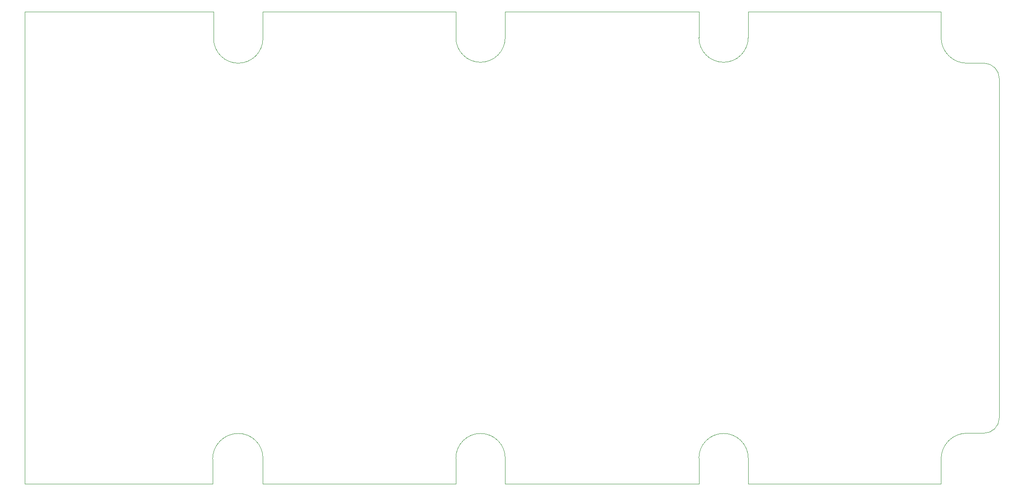
<source format=gbr>
%TF.GenerationSoftware,KiCad,Pcbnew,(6.0.1)*%
%TF.CreationDate,2023-04-20T11:25:52+03:00*%
%TF.ProjectId,Adapter,41646170-7465-4722-9e6b-696361645f70,rev?*%
%TF.SameCoordinates,Original*%
%TF.FileFunction,Profile,NP*%
%FSLAX46Y46*%
G04 Gerber Fmt 4.6, Leading zero omitted, Abs format (unit mm)*
G04 Created by KiCad (PCBNEW (6.0.1)) date 2023-04-20 11:25:52*
%MOMM*%
%LPD*%
G01*
G04 APERTURE LIST*
%TA.AperFunction,Profile*%
%ADD10C,0.100000*%
%TD*%
G04 APERTURE END LIST*
D10*
X169855885Y-134478683D02*
X169855000Y-139500000D01*
X85000000Y-47500000D02*
X85000000Y-52700000D01*
X179455003Y-47499997D02*
X179454118Y-52521314D01*
X85000000Y-47500000D02*
X122555000Y-47500000D01*
X75399997Y-52700003D02*
X75399997Y-47500007D01*
X122555885Y-134478683D02*
X122555000Y-139500000D01*
X75399997Y-52700003D02*
G75*
G03*
X80200000Y-57500003I4799998J-2D01*
G01*
X217000000Y-52500000D02*
G75*
G03*
X222000000Y-57500000I5000000J0D01*
G01*
X225323400Y-129635533D02*
X222000000Y-129635533D01*
X174655885Y-129678680D02*
G75*
G03*
X169855885Y-134478683I-2J-4799998D01*
G01*
X217000000Y-139500000D02*
X217000000Y-134635533D01*
X80205885Y-129678680D02*
G75*
G03*
X75205885Y-134678680I0J-5000000D01*
G01*
X132155003Y-47499997D02*
X132154118Y-52521314D01*
X122555000Y-47500000D02*
X122554115Y-52521317D01*
X179455003Y-47499997D02*
X217000000Y-47500000D01*
X179455888Y-134478680D02*
X179455003Y-139499997D01*
X225323400Y-57500000D02*
X222000000Y-57500000D01*
X127355885Y-129678680D02*
G75*
G03*
X122555885Y-134478683I-2J-4799998D01*
G01*
X228323400Y-60500000D02*
G75*
G03*
X225323400Y-57500000I-3000001J-1D01*
G01*
X122554115Y-52521317D02*
G75*
G03*
X127354118Y-57321317I4799998J-2D01*
G01*
X38622197Y-139522200D02*
X75205885Y-139522200D01*
X228323400Y-60500000D02*
X228323400Y-126635533D01*
X169854115Y-52521317D02*
G75*
G03*
X174654118Y-57321317I4799998J-2D01*
G01*
X127354118Y-57321317D02*
G75*
G03*
X132154118Y-52521314I2J4799998D01*
G01*
X174654118Y-57321317D02*
G75*
G03*
X179454118Y-52521314I2J4799998D01*
G01*
X85005888Y-134478680D02*
G75*
G03*
X80205885Y-129678680I-4799998J2D01*
G01*
X80200000Y-57500003D02*
G75*
G03*
X85000000Y-52700000I2J4799998D01*
G01*
X132155888Y-134478680D02*
G75*
G03*
X127355885Y-129678680I-4799998J2D01*
G01*
X222000000Y-129635533D02*
G75*
G03*
X217000000Y-134635533I0J-5000000D01*
G01*
X132155888Y-134478680D02*
X132155003Y-139499997D01*
X132155003Y-47499997D02*
X169855000Y-47500000D01*
X225323400Y-129635533D02*
G75*
G03*
X228323400Y-126635533I-1J3000001D01*
G01*
X85005888Y-134478680D02*
X85000000Y-139500000D01*
X132155003Y-139499997D02*
X169855000Y-139500000D01*
X217000000Y-52500000D02*
X217000000Y-47500000D01*
X38622197Y-47500007D02*
X38622197Y-139522200D01*
X169855000Y-47500000D02*
X169854115Y-52521317D01*
X179455888Y-134478680D02*
G75*
G03*
X174655885Y-129678680I-4799998J2D01*
G01*
X38622197Y-47500007D02*
X75399997Y-47500007D01*
X75205885Y-134678680D02*
X75205885Y-139522200D01*
X85000000Y-139500000D02*
X122555000Y-139500000D01*
X179455003Y-139499997D02*
X217000000Y-139500000D01*
M02*

</source>
